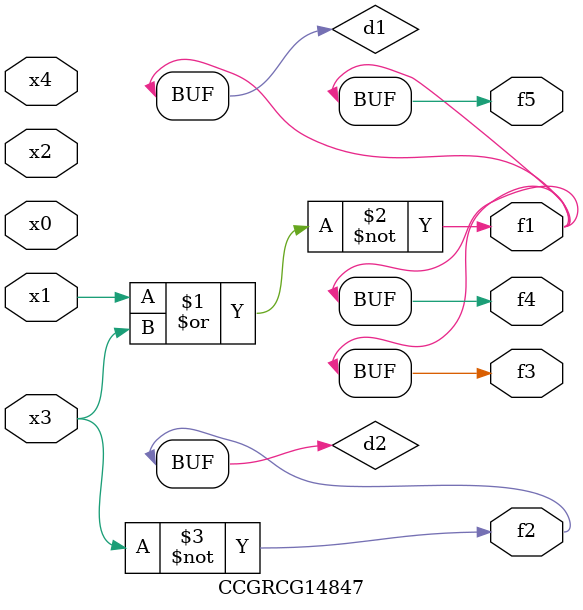
<source format=v>
module CCGRCG14847(
	input x0, x1, x2, x3, x4,
	output f1, f2, f3, f4, f5
);

	wire d1, d2;

	nor (d1, x1, x3);
	not (d2, x3);
	assign f1 = d1;
	assign f2 = d2;
	assign f3 = d1;
	assign f4 = d1;
	assign f5 = d1;
endmodule

</source>
